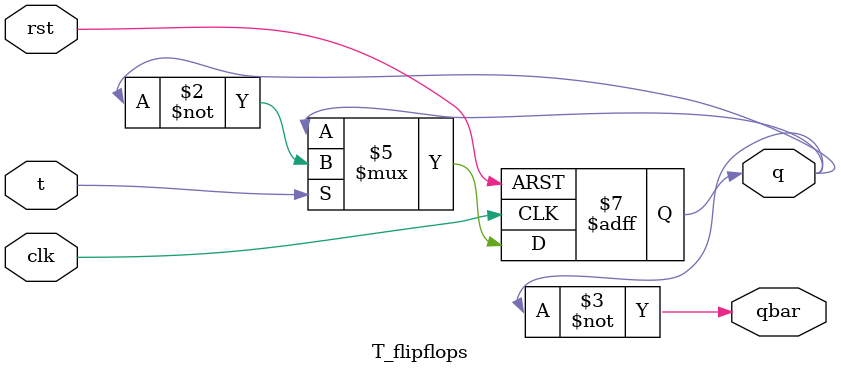
<source format=v>
`timescale 1ns / 1ps
module T_flipflops(clk,rst,t,q,qbar);
input clk,rst,t;
output reg q;
output qbar;

always@(posedge clk or posedge rst)
begin
    if(rst)
        q <= 0;
        else begin
            if(t)
                q <= ~q;
             else
                q <= q;
         end
end         
         assign qbar = ~q;                                  
endmodule

</source>
